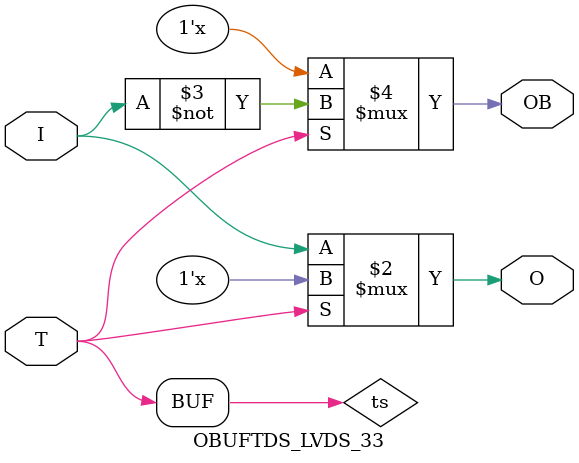
<source format=v>

/*

FUNCTION    : TRI-STATE OUTPUT BUFFER

*/

`celldefine
`timescale  100 ps / 10 ps

module OBUFTDS_LVDS_33 (O, OB, I, T);

    output O, OB;

    input  I, T;

    or O1 (ts, 1'b0, T);
    bufif0 B1 (O, I, ts);
    notif0 N1 (OB, I, ts);

endmodule

</source>
